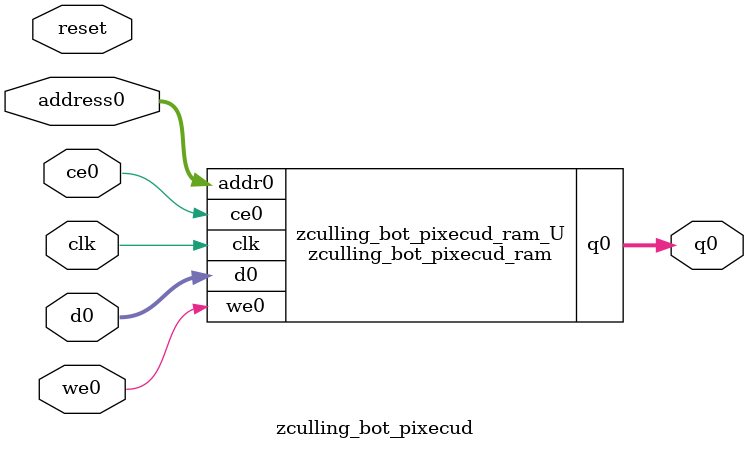
<source format=v>
`timescale 1 ns / 1 ps
module zculling_bot_pixecud_ram (addr0, ce0, d0, we0, q0,  clk);

parameter DWIDTH = 8;
parameter AWIDTH = 9;
parameter MEM_SIZE = 500;

input[AWIDTH-1:0] addr0;
input ce0;
input[DWIDTH-1:0] d0;
input we0;
output reg[DWIDTH-1:0] q0;
input clk;

(* ram_style = "block" *)reg [DWIDTH-1:0] ram[0:MEM_SIZE-1];




always @(posedge clk)  
begin 
    if (ce0) begin
        if (we0) 
            ram[addr0] <= d0; 
        q0 <= ram[addr0];
    end
end


endmodule

`timescale 1 ns / 1 ps
module zculling_bot_pixecud(
    reset,
    clk,
    address0,
    ce0,
    we0,
    d0,
    q0);

parameter DataWidth = 32'd8;
parameter AddressRange = 32'd500;
parameter AddressWidth = 32'd9;
input reset;
input clk;
input[AddressWidth - 1:0] address0;
input ce0;
input we0;
input[DataWidth - 1:0] d0;
output[DataWidth - 1:0] q0;



zculling_bot_pixecud_ram zculling_bot_pixecud_ram_U(
    .clk( clk ),
    .addr0( address0 ),
    .ce0( ce0 ),
    .we0( we0 ),
    .d0( d0 ),
    .q0( q0 ));

endmodule


</source>
